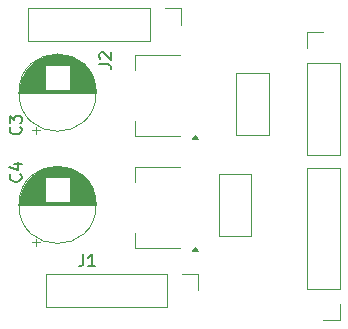
<source format=gbr>
%TF.GenerationSoftware,KiCad,Pcbnew,9.0.7*%
%TF.CreationDate,2026-02-08T21:28:46-06:00*%
%TF.ProjectId,Power,506f7765-722e-46b6-9963-61645f706362,rev?*%
%TF.SameCoordinates,Original*%
%TF.FileFunction,Legend,Top*%
%TF.FilePolarity,Positive*%
%FSLAX46Y46*%
G04 Gerber Fmt 4.6, Leading zero omitted, Abs format (unit mm)*
G04 Created by KiCad (PCBNEW 9.0.7) date 2026-02-08 21:28:46*
%MOMM*%
%LPD*%
G01*
G04 APERTURE LIST*
%ADD10C,0.150000*%
%ADD11C,0.120000*%
G04 APERTURE END LIST*
D10*
X184666666Y-105954819D02*
X184666666Y-106669104D01*
X184666666Y-106669104D02*
X184619047Y-106811961D01*
X184619047Y-106811961D02*
X184523809Y-106907200D01*
X184523809Y-106907200D02*
X184380952Y-106954819D01*
X184380952Y-106954819D02*
X184285714Y-106954819D01*
X185666666Y-106954819D02*
X185095238Y-106954819D01*
X185380952Y-106954819D02*
X185380952Y-105954819D01*
X185380952Y-105954819D02*
X185285714Y-106097676D01*
X185285714Y-106097676D02*
X185190476Y-106192914D01*
X185190476Y-106192914D02*
X185095238Y-106240533D01*
X179359580Y-99166666D02*
X179407200Y-99214285D01*
X179407200Y-99214285D02*
X179454819Y-99357142D01*
X179454819Y-99357142D02*
X179454819Y-99452380D01*
X179454819Y-99452380D02*
X179407200Y-99595237D01*
X179407200Y-99595237D02*
X179311961Y-99690475D01*
X179311961Y-99690475D02*
X179216723Y-99738094D01*
X179216723Y-99738094D02*
X179026247Y-99785713D01*
X179026247Y-99785713D02*
X178883390Y-99785713D01*
X178883390Y-99785713D02*
X178692914Y-99738094D01*
X178692914Y-99738094D02*
X178597676Y-99690475D01*
X178597676Y-99690475D02*
X178502438Y-99595237D01*
X178502438Y-99595237D02*
X178454819Y-99452380D01*
X178454819Y-99452380D02*
X178454819Y-99357142D01*
X178454819Y-99357142D02*
X178502438Y-99214285D01*
X178502438Y-99214285D02*
X178550057Y-99166666D01*
X178788152Y-98309523D02*
X179454819Y-98309523D01*
X178407200Y-98547618D02*
X179121485Y-98785713D01*
X179121485Y-98785713D02*
X179121485Y-98166666D01*
X186034819Y-89833333D02*
X186749104Y-89833333D01*
X186749104Y-89833333D02*
X186891961Y-89880952D01*
X186891961Y-89880952D02*
X186987200Y-89976190D01*
X186987200Y-89976190D02*
X187034819Y-90119047D01*
X187034819Y-90119047D02*
X187034819Y-90214285D01*
X186130057Y-89404761D02*
X186082438Y-89357142D01*
X186082438Y-89357142D02*
X186034819Y-89261904D01*
X186034819Y-89261904D02*
X186034819Y-89023809D01*
X186034819Y-89023809D02*
X186082438Y-88928571D01*
X186082438Y-88928571D02*
X186130057Y-88880952D01*
X186130057Y-88880952D02*
X186225295Y-88833333D01*
X186225295Y-88833333D02*
X186320533Y-88833333D01*
X186320533Y-88833333D02*
X186463390Y-88880952D01*
X186463390Y-88880952D02*
X187034819Y-89452380D01*
X187034819Y-89452380D02*
X187034819Y-88833333D01*
X179359580Y-95166666D02*
X179407200Y-95214285D01*
X179407200Y-95214285D02*
X179454819Y-95357142D01*
X179454819Y-95357142D02*
X179454819Y-95452380D01*
X179454819Y-95452380D02*
X179407200Y-95595237D01*
X179407200Y-95595237D02*
X179311961Y-95690475D01*
X179311961Y-95690475D02*
X179216723Y-95738094D01*
X179216723Y-95738094D02*
X179026247Y-95785713D01*
X179026247Y-95785713D02*
X178883390Y-95785713D01*
X178883390Y-95785713D02*
X178692914Y-95738094D01*
X178692914Y-95738094D02*
X178597676Y-95690475D01*
X178597676Y-95690475D02*
X178502438Y-95595237D01*
X178502438Y-95595237D02*
X178454819Y-95452380D01*
X178454819Y-95452380D02*
X178454819Y-95357142D01*
X178454819Y-95357142D02*
X178502438Y-95214285D01*
X178502438Y-95214285D02*
X178550057Y-95166666D01*
X178454819Y-94833332D02*
X178454819Y-94214285D01*
X178454819Y-94214285D02*
X178835771Y-94547618D01*
X178835771Y-94547618D02*
X178835771Y-94404761D01*
X178835771Y-94404761D02*
X178883390Y-94309523D01*
X178883390Y-94309523D02*
X178931009Y-94261904D01*
X178931009Y-94261904D02*
X179026247Y-94214285D01*
X179026247Y-94214285D02*
X179264342Y-94214285D01*
X179264342Y-94214285D02*
X179359580Y-94261904D01*
X179359580Y-94261904D02*
X179407200Y-94309523D01*
X179407200Y-94309523D02*
X179454819Y-94404761D01*
X179454819Y-94404761D02*
X179454819Y-94690475D01*
X179454819Y-94690475D02*
X179407200Y-94785713D01*
X179407200Y-94785713D02*
X179359580Y-94833332D01*
D11*
%TO.C,USB-C*%
X203620000Y-87120000D02*
X205000000Y-87120000D01*
X203620000Y-88500000D02*
X203620000Y-87120000D01*
X203620000Y-89770000D02*
X203620000Y-97500000D01*
X203620000Y-89770000D02*
X206380000Y-89770000D01*
X203620000Y-97500000D02*
X206380000Y-97500000D01*
X206380000Y-89770000D02*
X206380000Y-97500000D01*
%TO.C,5.0 VR*%
X192850000Y-95910000D02*
X189090000Y-95910000D01*
X192850000Y-89090000D02*
X189090000Y-89090000D01*
X189090000Y-95910000D02*
X189090000Y-94650000D01*
X189090000Y-89090000D02*
X189090000Y-90350000D01*
X194370000Y-96140000D02*
X193890000Y-96140000D01*
X194130000Y-95810000D01*
X194370000Y-96140000D01*
G36*
X194370000Y-96140000D02*
G01*
X193890000Y-96140000D01*
X194130000Y-95810000D01*
X194370000Y-96140000D01*
G37*
%TO.C,3.3 VR*%
X192850000Y-105410000D02*
X189090000Y-105410000D01*
X192850000Y-98590000D02*
X189090000Y-98590000D01*
X189090000Y-105410000D02*
X189090000Y-104150000D01*
X189090000Y-98590000D02*
X189090000Y-99850000D01*
X194370000Y-105640000D02*
X193890000Y-105640000D01*
X194130000Y-105310000D01*
X194370000Y-105640000D01*
G36*
X194370000Y-105640000D02*
G01*
X193890000Y-105640000D01*
X194130000Y-105310000D01*
X194370000Y-105640000D01*
G37*
%TO.C,GND*%
X206380000Y-111540000D02*
X205000000Y-111540000D01*
X206380000Y-110160000D02*
X206380000Y-111540000D01*
X203620000Y-108890000D02*
X203620000Y-98620000D01*
X206380000Y-108890000D02*
X203620000Y-108890000D01*
X206380000Y-108890000D02*
X206380000Y-98620000D01*
X206380000Y-98620000D02*
X203620000Y-98620000D01*
%TO.C,J1*%
X194420000Y-107620000D02*
X194420000Y-109000000D01*
X193040000Y-107620000D02*
X194420000Y-107620000D01*
X191770000Y-107620000D02*
X181500000Y-107620000D01*
X191770000Y-107620000D02*
X191770000Y-110380000D01*
X181500000Y-107620000D02*
X181500000Y-110380000D01*
X191770000Y-110380000D02*
X181500000Y-110380000D01*
%TO.C,C4*%
X180661000Y-105250241D02*
X180661000Y-104620241D01*
X180346000Y-104935241D02*
X180976000Y-104935241D01*
X179270000Y-101750000D02*
X185730000Y-101750000D01*
X179270000Y-101710000D02*
X185730000Y-101710000D01*
X179271000Y-101670000D02*
X185729000Y-101670000D01*
X179272000Y-101630000D02*
X185728000Y-101630000D01*
X179274000Y-101590000D02*
X185726000Y-101590000D01*
X179276000Y-101550000D02*
X185724000Y-101550000D01*
X179279000Y-101510000D02*
X181460000Y-101510000D01*
X183540000Y-101510000D02*
X185721000Y-101510000D01*
X179282000Y-101470000D02*
X181460000Y-101470000D01*
X183540000Y-101470000D02*
X185718000Y-101470000D01*
X179286000Y-101430000D02*
X181460000Y-101430000D01*
X183540000Y-101430000D02*
X185714000Y-101430000D01*
X179290000Y-101390000D02*
X181460000Y-101390000D01*
X183540000Y-101390000D02*
X185710000Y-101390000D01*
X179295000Y-101350000D02*
X181460000Y-101350000D01*
X183540000Y-101350000D02*
X185705000Y-101350000D01*
X179300000Y-101310000D02*
X181460000Y-101310000D01*
X183540000Y-101310000D02*
X185700000Y-101310000D01*
X179305000Y-101270000D02*
X181460000Y-101270000D01*
X183540000Y-101270000D02*
X185695000Y-101270000D01*
X179312000Y-101230000D02*
X181460000Y-101230000D01*
X183540000Y-101230000D02*
X185688000Y-101230000D01*
X179318000Y-101190000D02*
X181460000Y-101190000D01*
X183540000Y-101190000D02*
X185682000Y-101190000D01*
X179326000Y-101150000D02*
X181460000Y-101150000D01*
X183540000Y-101150000D02*
X185674000Y-101150000D01*
X179333000Y-101110000D02*
X181460000Y-101110000D01*
X183540000Y-101110000D02*
X185667000Y-101110000D01*
X179341000Y-101070000D02*
X181460000Y-101070000D01*
X183540000Y-101070000D02*
X185659000Y-101070000D01*
X179350000Y-101030000D02*
X181460000Y-101030000D01*
X183540000Y-101030000D02*
X185650000Y-101030000D01*
X179360000Y-100990000D02*
X181460000Y-100990000D01*
X183540000Y-100990000D02*
X185640000Y-100990000D01*
X179369000Y-100950000D02*
X181460000Y-100950000D01*
X183540000Y-100950000D02*
X185631000Y-100950000D01*
X179380000Y-100910000D02*
X181460000Y-100910000D01*
X183540000Y-100910000D02*
X185620000Y-100910000D01*
X179391000Y-100870000D02*
X181460000Y-100870000D01*
X183540000Y-100870000D02*
X185609000Y-100870000D01*
X179402000Y-100830000D02*
X181460000Y-100830000D01*
X183540000Y-100830000D02*
X185598000Y-100830000D01*
X179414000Y-100790000D02*
X181460000Y-100790000D01*
X183540000Y-100790000D02*
X185586000Y-100790000D01*
X179427000Y-100750000D02*
X181460000Y-100750000D01*
X183540000Y-100750000D02*
X185573000Y-100750000D01*
X179440000Y-100710000D02*
X181460000Y-100710000D01*
X183540000Y-100710000D02*
X185560000Y-100710000D01*
X179453000Y-100670000D02*
X181460000Y-100670000D01*
X183540000Y-100670000D02*
X185547000Y-100670000D01*
X179468000Y-100630000D02*
X181460000Y-100630000D01*
X183540000Y-100630000D02*
X185532000Y-100630000D01*
X179483000Y-100590000D02*
X181460000Y-100590000D01*
X183540000Y-100590000D02*
X185517000Y-100590000D01*
X179498000Y-100550000D02*
X181460000Y-100550000D01*
X183540000Y-100550000D02*
X185502000Y-100550000D01*
X179514000Y-100510000D02*
X181460000Y-100510000D01*
X183540000Y-100510000D02*
X185486000Y-100510000D01*
X179531000Y-100470000D02*
X181460000Y-100470000D01*
X183540000Y-100470000D02*
X185469000Y-100470000D01*
X179548000Y-100430000D02*
X181460000Y-100430000D01*
X183540000Y-100430000D02*
X185452000Y-100430000D01*
X179566000Y-100390000D02*
X181460000Y-100390000D01*
X183540000Y-100390000D02*
X185434000Y-100390000D01*
X179585000Y-100350000D02*
X181460000Y-100350000D01*
X183540000Y-100350000D02*
X185415000Y-100350000D01*
X179604000Y-100310000D02*
X181460000Y-100310000D01*
X183540000Y-100310000D02*
X185396000Y-100310000D01*
X179624000Y-100270000D02*
X181460000Y-100270000D01*
X183540000Y-100270000D02*
X185376000Y-100270000D01*
X179645000Y-100230000D02*
X181460000Y-100230000D01*
X183540000Y-100230000D02*
X185355000Y-100230000D01*
X179666000Y-100190000D02*
X181460000Y-100190000D01*
X183540000Y-100190000D02*
X185334000Y-100190000D01*
X179688000Y-100150000D02*
X181460000Y-100150000D01*
X183540000Y-100150000D02*
X185312000Y-100150000D01*
X179711000Y-100110000D02*
X181460000Y-100110000D01*
X183540000Y-100110000D02*
X185289000Y-100110000D01*
X179735000Y-100070000D02*
X181460000Y-100070000D01*
X183540000Y-100070000D02*
X185265000Y-100070000D01*
X179759000Y-100030000D02*
X181460000Y-100030000D01*
X183540000Y-100030000D02*
X185241000Y-100030000D01*
X179784000Y-99990000D02*
X181460000Y-99990000D01*
X183540000Y-99990000D02*
X185216000Y-99990000D01*
X179810000Y-99950000D02*
X181460000Y-99950000D01*
X183540000Y-99950000D02*
X185190000Y-99950000D01*
X179837000Y-99910000D02*
X181460000Y-99910000D01*
X183540000Y-99910000D02*
X185163000Y-99910000D01*
X179864000Y-99870000D02*
X181460000Y-99870000D01*
X183540000Y-99870000D02*
X185136000Y-99870000D01*
X179893000Y-99830000D02*
X181460000Y-99830000D01*
X183540000Y-99830000D02*
X185107000Y-99830000D01*
X179923000Y-99790000D02*
X181460000Y-99790000D01*
X183540000Y-99790000D02*
X185077000Y-99790000D01*
X179953000Y-99750000D02*
X181460000Y-99750000D01*
X183540000Y-99750000D02*
X185047000Y-99750000D01*
X179984000Y-99710000D02*
X181460000Y-99710000D01*
X183540000Y-99710000D02*
X185016000Y-99710000D01*
X180017000Y-99670000D02*
X181460000Y-99670000D01*
X183540000Y-99670000D02*
X184983000Y-99670000D01*
X180050000Y-99630000D02*
X181460000Y-99630000D01*
X183540000Y-99630000D02*
X184950000Y-99630000D01*
X180085000Y-99590000D02*
X181460000Y-99590000D01*
X183540000Y-99590000D02*
X184915000Y-99590000D01*
X180121000Y-99550000D02*
X181460000Y-99550000D01*
X183540000Y-99550000D02*
X184879000Y-99550000D01*
X180158000Y-99510000D02*
X181460000Y-99510000D01*
X183540000Y-99510000D02*
X184842000Y-99510000D01*
X180196000Y-99470000D02*
X181460000Y-99470000D01*
X183540000Y-99470000D02*
X184804000Y-99470000D01*
X180236000Y-99430000D02*
X184764000Y-99430000D01*
X180277000Y-99390000D02*
X184723000Y-99390000D01*
X180319000Y-99350000D02*
X184681000Y-99350000D01*
X180363000Y-99310000D02*
X184637000Y-99310000D01*
X180409000Y-99270000D02*
X184591000Y-99270000D01*
X180456000Y-99230000D02*
X184544000Y-99230000D01*
X180505000Y-99190000D02*
X184495000Y-99190000D01*
X180557000Y-99150000D02*
X184443000Y-99150000D01*
X180610000Y-99110000D02*
X184390000Y-99110000D01*
X180666000Y-99070000D02*
X184334000Y-99070000D01*
X180725000Y-99030000D02*
X184275000Y-99030000D01*
X180786000Y-98990000D02*
X184214000Y-98990000D01*
X180851000Y-98950000D02*
X184149000Y-98950000D01*
X180919000Y-98910000D02*
X184081000Y-98910000D01*
X180991000Y-98870000D02*
X184009000Y-98870000D01*
X181068000Y-98830000D02*
X183932000Y-98830000D01*
X181150000Y-98790000D02*
X183850000Y-98790000D01*
X181239000Y-98750000D02*
X183761000Y-98750000D01*
X181335000Y-98710000D02*
X183665000Y-98710000D01*
X181442000Y-98670000D02*
X183558000Y-98670000D01*
X181561000Y-98630000D02*
X183439000Y-98630000D01*
X181699000Y-98590000D02*
X183301000Y-98590000D01*
X181867000Y-98550000D02*
X183133000Y-98550000D01*
X182098000Y-98510000D02*
X182902000Y-98510000D01*
X185770000Y-101750000D02*
G75*
G02*
X179230000Y-101750000I-3270000J0D01*
G01*
X179230000Y-101750000D02*
G75*
G02*
X185770000Y-101750000I3270000J0D01*
G01*
%TO.C,C2*%
X196130000Y-99130000D02*
X198870000Y-99130000D01*
X196130000Y-104370000D02*
X196130000Y-99130000D01*
X198870000Y-99130000D02*
X198870000Y-104370000D01*
X198870000Y-104370000D02*
X196130000Y-104370000D01*
%TO.C,J2*%
X192960000Y-85120000D02*
X192960000Y-86500000D01*
X191580000Y-85120000D02*
X192960000Y-85120000D01*
X190310000Y-85120000D02*
X180040000Y-85120000D01*
X190310000Y-85120000D02*
X190310000Y-87880000D01*
X180040000Y-85120000D02*
X180040000Y-87880000D01*
X190310000Y-87880000D02*
X180040000Y-87880000D01*
%TO.C,C3*%
X180661000Y-95750241D02*
X180661000Y-95120241D01*
X180346000Y-95435241D02*
X180976000Y-95435241D01*
X179270000Y-92250000D02*
X185730000Y-92250000D01*
X179270000Y-92210000D02*
X185730000Y-92210000D01*
X179271000Y-92170000D02*
X185729000Y-92170000D01*
X179272000Y-92130000D02*
X185728000Y-92130000D01*
X179274000Y-92090000D02*
X185726000Y-92090000D01*
X179276000Y-92050000D02*
X185724000Y-92050000D01*
X179279000Y-92010000D02*
X181460000Y-92010000D01*
X183540000Y-92010000D02*
X185721000Y-92010000D01*
X179282000Y-91970000D02*
X181460000Y-91970000D01*
X183540000Y-91970000D02*
X185718000Y-91970000D01*
X179286000Y-91930000D02*
X181460000Y-91930000D01*
X183540000Y-91930000D02*
X185714000Y-91930000D01*
X179290000Y-91890000D02*
X181460000Y-91890000D01*
X183540000Y-91890000D02*
X185710000Y-91890000D01*
X179295000Y-91850000D02*
X181460000Y-91850000D01*
X183540000Y-91850000D02*
X185705000Y-91850000D01*
X179300000Y-91810000D02*
X181460000Y-91810000D01*
X183540000Y-91810000D02*
X185700000Y-91810000D01*
X179305000Y-91770000D02*
X181460000Y-91770000D01*
X183540000Y-91770000D02*
X185695000Y-91770000D01*
X179312000Y-91730000D02*
X181460000Y-91730000D01*
X183540000Y-91730000D02*
X185688000Y-91730000D01*
X179318000Y-91690000D02*
X181460000Y-91690000D01*
X183540000Y-91690000D02*
X185682000Y-91690000D01*
X179326000Y-91650000D02*
X181460000Y-91650000D01*
X183540000Y-91650000D02*
X185674000Y-91650000D01*
X179333000Y-91610000D02*
X181460000Y-91610000D01*
X183540000Y-91610000D02*
X185667000Y-91610000D01*
X179341000Y-91570000D02*
X181460000Y-91570000D01*
X183540000Y-91570000D02*
X185659000Y-91570000D01*
X179350000Y-91530000D02*
X181460000Y-91530000D01*
X183540000Y-91530000D02*
X185650000Y-91530000D01*
X179360000Y-91490000D02*
X181460000Y-91490000D01*
X183540000Y-91490000D02*
X185640000Y-91490000D01*
X179369000Y-91450000D02*
X181460000Y-91450000D01*
X183540000Y-91450000D02*
X185631000Y-91450000D01*
X179380000Y-91410000D02*
X181460000Y-91410000D01*
X183540000Y-91410000D02*
X185620000Y-91410000D01*
X179391000Y-91370000D02*
X181460000Y-91370000D01*
X183540000Y-91370000D02*
X185609000Y-91370000D01*
X179402000Y-91330000D02*
X181460000Y-91330000D01*
X183540000Y-91330000D02*
X185598000Y-91330000D01*
X179414000Y-91290000D02*
X181460000Y-91290000D01*
X183540000Y-91290000D02*
X185586000Y-91290000D01*
X179427000Y-91250000D02*
X181460000Y-91250000D01*
X183540000Y-91250000D02*
X185573000Y-91250000D01*
X179440000Y-91210000D02*
X181460000Y-91210000D01*
X183540000Y-91210000D02*
X185560000Y-91210000D01*
X179453000Y-91170000D02*
X181460000Y-91170000D01*
X183540000Y-91170000D02*
X185547000Y-91170000D01*
X179468000Y-91130000D02*
X181460000Y-91130000D01*
X183540000Y-91130000D02*
X185532000Y-91130000D01*
X179483000Y-91090000D02*
X181460000Y-91090000D01*
X183540000Y-91090000D02*
X185517000Y-91090000D01*
X179498000Y-91050000D02*
X181460000Y-91050000D01*
X183540000Y-91050000D02*
X185502000Y-91050000D01*
X179514000Y-91010000D02*
X181460000Y-91010000D01*
X183540000Y-91010000D02*
X185486000Y-91010000D01*
X179531000Y-90970000D02*
X181460000Y-90970000D01*
X183540000Y-90970000D02*
X185469000Y-90970000D01*
X179548000Y-90930000D02*
X181460000Y-90930000D01*
X183540000Y-90930000D02*
X185452000Y-90930000D01*
X179566000Y-90890000D02*
X181460000Y-90890000D01*
X183540000Y-90890000D02*
X185434000Y-90890000D01*
X179585000Y-90850000D02*
X181460000Y-90850000D01*
X183540000Y-90850000D02*
X185415000Y-90850000D01*
X179604000Y-90810000D02*
X181460000Y-90810000D01*
X183540000Y-90810000D02*
X185396000Y-90810000D01*
X179624000Y-90770000D02*
X181460000Y-90770000D01*
X183540000Y-90770000D02*
X185376000Y-90770000D01*
X179645000Y-90730000D02*
X181460000Y-90730000D01*
X183540000Y-90730000D02*
X185355000Y-90730000D01*
X179666000Y-90690000D02*
X181460000Y-90690000D01*
X183540000Y-90690000D02*
X185334000Y-90690000D01*
X179688000Y-90650000D02*
X181460000Y-90650000D01*
X183540000Y-90650000D02*
X185312000Y-90650000D01*
X179711000Y-90610000D02*
X181460000Y-90610000D01*
X183540000Y-90610000D02*
X185289000Y-90610000D01*
X179735000Y-90570000D02*
X181460000Y-90570000D01*
X183540000Y-90570000D02*
X185265000Y-90570000D01*
X179759000Y-90530000D02*
X181460000Y-90530000D01*
X183540000Y-90530000D02*
X185241000Y-90530000D01*
X179784000Y-90490000D02*
X181460000Y-90490000D01*
X183540000Y-90490000D02*
X185216000Y-90490000D01*
X179810000Y-90450000D02*
X181460000Y-90450000D01*
X183540000Y-90450000D02*
X185190000Y-90450000D01*
X179837000Y-90410000D02*
X181460000Y-90410000D01*
X183540000Y-90410000D02*
X185163000Y-90410000D01*
X179864000Y-90370000D02*
X181460000Y-90370000D01*
X183540000Y-90370000D02*
X185136000Y-90370000D01*
X179893000Y-90330000D02*
X181460000Y-90330000D01*
X183540000Y-90330000D02*
X185107000Y-90330000D01*
X179923000Y-90290000D02*
X181460000Y-90290000D01*
X183540000Y-90290000D02*
X185077000Y-90290000D01*
X179953000Y-90250000D02*
X181460000Y-90250000D01*
X183540000Y-90250000D02*
X185047000Y-90250000D01*
X179984000Y-90210000D02*
X181460000Y-90210000D01*
X183540000Y-90210000D02*
X185016000Y-90210000D01*
X180017000Y-90170000D02*
X181460000Y-90170000D01*
X183540000Y-90170000D02*
X184983000Y-90170000D01*
X180050000Y-90130000D02*
X181460000Y-90130000D01*
X183540000Y-90130000D02*
X184950000Y-90130000D01*
X180085000Y-90090000D02*
X181460000Y-90090000D01*
X183540000Y-90090000D02*
X184915000Y-90090000D01*
X180121000Y-90050000D02*
X181460000Y-90050000D01*
X183540000Y-90050000D02*
X184879000Y-90050000D01*
X180158000Y-90010000D02*
X181460000Y-90010000D01*
X183540000Y-90010000D02*
X184842000Y-90010000D01*
X180196000Y-89970000D02*
X181460000Y-89970000D01*
X183540000Y-89970000D02*
X184804000Y-89970000D01*
X180236000Y-89930000D02*
X184764000Y-89930000D01*
X180277000Y-89890000D02*
X184723000Y-89890000D01*
X180319000Y-89850000D02*
X184681000Y-89850000D01*
X180363000Y-89810000D02*
X184637000Y-89810000D01*
X180409000Y-89770000D02*
X184591000Y-89770000D01*
X180456000Y-89730000D02*
X184544000Y-89730000D01*
X180505000Y-89690000D02*
X184495000Y-89690000D01*
X180557000Y-89650000D02*
X184443000Y-89650000D01*
X180610000Y-89610000D02*
X184390000Y-89610000D01*
X180666000Y-89570000D02*
X184334000Y-89570000D01*
X180725000Y-89530000D02*
X184275000Y-89530000D01*
X180786000Y-89490000D02*
X184214000Y-89490000D01*
X180851000Y-89450000D02*
X184149000Y-89450000D01*
X180919000Y-89410000D02*
X184081000Y-89410000D01*
X180991000Y-89370000D02*
X184009000Y-89370000D01*
X181068000Y-89330000D02*
X183932000Y-89330000D01*
X181150000Y-89290000D02*
X183850000Y-89290000D01*
X181239000Y-89250000D02*
X183761000Y-89250000D01*
X181335000Y-89210000D02*
X183665000Y-89210000D01*
X181442000Y-89170000D02*
X183558000Y-89170000D01*
X181561000Y-89130000D02*
X183439000Y-89130000D01*
X181699000Y-89090000D02*
X183301000Y-89090000D01*
X181867000Y-89050000D02*
X183133000Y-89050000D01*
X182098000Y-89010000D02*
X182902000Y-89010000D01*
X185770000Y-92250000D02*
G75*
G02*
X179230000Y-92250000I-3270000J0D01*
G01*
X179230000Y-92250000D02*
G75*
G02*
X185770000Y-92250000I3270000J0D01*
G01*
%TO.C,C1*%
X200370000Y-95870000D02*
X197630000Y-95870000D01*
X200370000Y-90630000D02*
X200370000Y-95870000D01*
X197630000Y-95870000D02*
X197630000Y-90630000D01*
X197630000Y-90630000D02*
X200370000Y-90630000D01*
%TD*%
M02*

</source>
